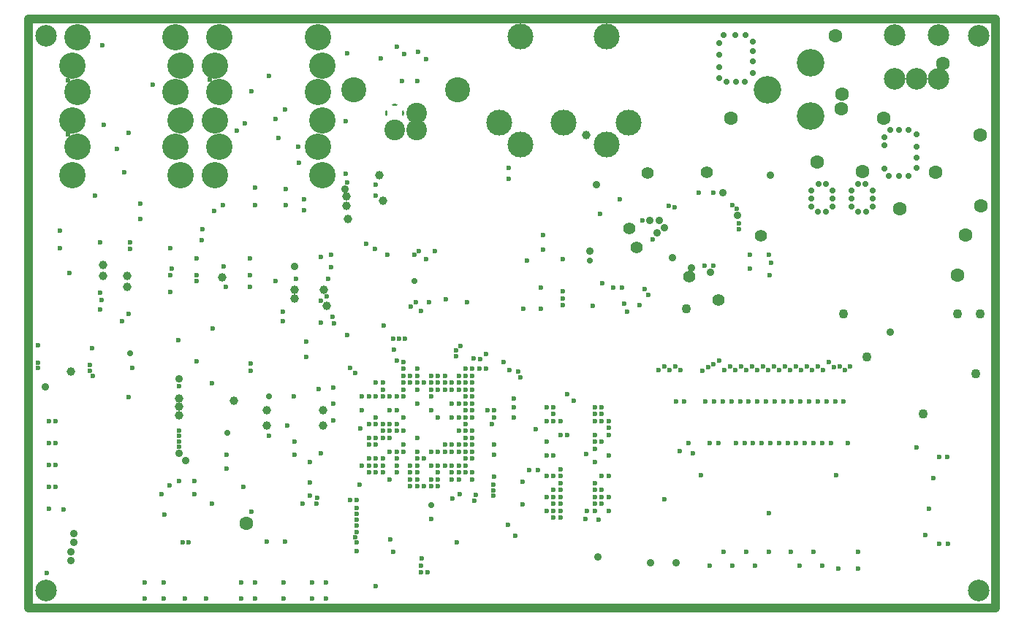
<source format=gbr>
G04 Layer_Physical_Order=7*
G04 Layer_Color=8421376*
%FSLAX45Y45*%
%MOMM*%
%TF.FileFunction,Copper,L7,Inr,Plane*%
%TF.Part,Single*%
G01*
G75*
%TA.AperFunction,ViaPad*%
%ADD76C,0.60000*%
%TA.AperFunction,NonConductor*%
%ADD80C,1.01600*%
%TA.AperFunction,ViaPad*%
%ADD81C,2.50000*%
%TA.AperFunction,ComponentPad*%
%ADD82C,3.05000*%
%ADD84C,2.90000*%
%ADD85C,2.40000*%
%ADD86C,3.00000*%
%ADD87C,3.20000*%
%ADD88C,2.50000*%
%TA.AperFunction,ViaPad*%
%ADD89C,1.10000*%
%ADD90C,1.00000*%
%ADD91C,0.70000*%
%ADD92C,0.90000*%
%ADD93C,1.60000*%
%ADD94C,1.40000*%
%TA.AperFunction,ComponentPad*%
G04:AMPARAMS|DCode=99|XSize=2.2mm|YSize=2.2mm|CornerRadius=0mm|HoleSize=0mm|Usage=FLASHONLY|Rotation=0.000|XOffset=0mm|YOffset=0mm|HoleType=Round|Shape=Relief|Width=0.85mm|Gap=0.2mm|Entries=4|*
%AMTHD99*
7,0,0,2.20000,1.80000,0.85000,45*
%
%ADD99THD99*%
D76*
X6750018Y8419987D02*
D03*
X6670018D02*
D03*
X6590018D02*
D03*
X6510018D02*
D03*
X8646300Y8697202D02*
D03*
X7132500Y10310000D02*
D03*
X7282500D02*
D03*
X7167500Y10910000D02*
D03*
X7352500D02*
D03*
X11220000Y10865530D02*
D03*
X8727963Y7895541D02*
D03*
X8647963D02*
D03*
X9288000Y8935500D02*
D03*
X9207993Y8615492D02*
D03*
X9207963Y8455542D02*
D03*
X7710000Y8900000D02*
D03*
X5410000Y7540000D02*
D03*
X5620000Y7537500D02*
D03*
X5987500Y8047500D02*
D03*
X6370000Y8020000D02*
D03*
X6450000D02*
D03*
X6450000Y7930000D02*
D03*
X5985000Y7977500D02*
D03*
X5910000Y8070000D02*
D03*
X6480000Y8200000D02*
D03*
X8271400Y9191900D02*
D03*
X8525000Y8842500D02*
D03*
X8015000Y8900000D02*
D03*
X8449208Y8366661D02*
D03*
X8550736D02*
D03*
X6590000Y9220000D02*
D03*
X6510000D02*
D03*
X9247982Y7790482D02*
D03*
X9208003Y7895541D02*
D03*
X9098003Y7798041D02*
D03*
X9118003Y7895541D02*
D03*
X8197500Y7731671D02*
D03*
X8648002Y9095500D02*
D03*
X9207961Y8215502D02*
D03*
X8807963Y8215541D02*
D03*
X9207961Y7975501D02*
D03*
X9287961D02*
D03*
X9288000Y8695499D02*
D03*
X8728002Y8535499D02*
D03*
X7790000Y8820015D02*
D03*
X8042726Y8540057D02*
D03*
X7789984Y8740016D02*
D03*
X8042800Y8660000D02*
D03*
X8807963Y7815541D02*
D03*
X11230500Y10628000D02*
D03*
X9270000Y11340000D02*
D03*
X4800000Y11370000D02*
D03*
X5270000Y11640000D02*
D03*
X10010000Y8030000D02*
D03*
X9419981Y10479979D02*
D03*
X6760000Y10040000D02*
D03*
X6870000Y9890000D02*
D03*
X8610000Y11090000D02*
D03*
Y10920000D02*
D03*
X8420000Y10800000D02*
D03*
X6030000Y8560000D02*
D03*
X6490000Y8850000D02*
D03*
X6430000Y9490000D02*
D03*
X6370000Y9550000D02*
D03*
X6830000Y8260000D02*
D03*
X6910000Y8340000D02*
D03*
X6830000Y8740000D02*
D03*
X6590000Y8740000D02*
D03*
X6830000Y8820000D02*
D03*
X5214839Y10495000D02*
D03*
X8373000Y7970500D02*
D03*
X7629999Y8820000D02*
D03*
X9287961Y8295502D02*
D03*
X8807960Y8775542D02*
D03*
X4380000Y9870000D02*
D03*
X4780000Y10010000D02*
D03*
X5220000Y9520000D02*
D03*
Y9600000D02*
D03*
X6010000Y9310000D02*
D03*
X5840000Y11510000D02*
D03*
X10708000Y9530000D02*
D03*
X10454000Y9520000D02*
D03*
X10517500Y9562000D02*
D03*
X10581000Y9590000D02*
D03*
X10644500Y9632000D02*
D03*
X7950000Y9710000D02*
D03*
X7800000Y9660000D02*
D03*
X7710000Y9540000D02*
D03*
X5600000Y6880000D02*
D03*
X4210000D02*
D03*
X3990000D02*
D03*
X6090000D02*
D03*
X5930000D02*
D03*
X5270000D02*
D03*
X5110000D02*
D03*
X4700000Y6880000D02*
D03*
X4460000Y6880000D02*
D03*
X7790019Y9380018D02*
D03*
X7949986Y9539981D02*
D03*
X7710001Y8500000D02*
D03*
Y8420000D02*
D03*
X7790000Y8980000D02*
D03*
X7710001D02*
D03*
Y9060000D02*
D03*
X7790000D02*
D03*
X8372988Y8226961D02*
D03*
X9288000Y9015500D02*
D03*
X9208000Y8775500D02*
D03*
Y8695499D02*
D03*
X9287961Y8135502D02*
D03*
X9207961Y8055502D02*
D03*
X9287961D02*
D03*
X9367961D02*
D03*
Y7895501D02*
D03*
X8807963Y7895541D02*
D03*
X8727963Y7975541D02*
D03*
X8647963Y8055541D02*
D03*
X8727963D02*
D03*
X8807963Y8135541D02*
D03*
X8727963D02*
D03*
X8807963Y8055541D02*
D03*
X8647963Y8295541D02*
D03*
X8727963D02*
D03*
X8887960Y8775500D02*
D03*
X8648002Y8935500D02*
D03*
X8728002Y9015500D02*
D03*
X8808002Y8935500D02*
D03*
X8648002Y8535499D02*
D03*
X8807963Y7975541D02*
D03*
X8042800Y8290500D02*
D03*
X8271401Y8976166D02*
D03*
X8728002Y8935500D02*
D03*
X8286199Y7604661D02*
D03*
X8042765Y8979899D02*
D03*
X9208000Y9095500D02*
D03*
X9288000D02*
D03*
X8271375Y9095540D02*
D03*
X9368000Y8535499D02*
D03*
Y8775500D02*
D03*
X7709986Y9219982D02*
D03*
X7790000Y9220000D02*
D03*
Y8500000D02*
D03*
X7710000Y8580000D02*
D03*
X7789986Y9139982D02*
D03*
X7710000Y9300000D02*
D03*
X7790000Y8580000D02*
D03*
X6749988Y8819982D02*
D03*
X7229987Y8499983D02*
D03*
X7470000Y8580000D02*
D03*
X6990000Y8660000D02*
D03*
X7710000Y8820000D02*
D03*
X7310000Y8420000D02*
D03*
X7469986Y9459981D02*
D03*
X7630000Y8420000D02*
D03*
X6990000Y8820000D02*
D03*
X7150000Y8740000D02*
D03*
X7469983Y8659983D02*
D03*
X7630000Y8260000D02*
D03*
X7709986Y9459981D02*
D03*
X7389986Y8579983D02*
D03*
X6910000Y8420000D02*
D03*
X7790000Y8340000D02*
D03*
X6830000Y8580000D02*
D03*
Y9060000D02*
D03*
X6990000Y9300000D02*
D03*
X7150000Y8500000D02*
D03*
Y9300000D02*
D03*
X7390000D02*
D03*
X7470000D02*
D03*
X7549981Y9299981D02*
D03*
X7630000Y9300000D02*
D03*
X7709986Y9139982D02*
D03*
X7069987Y8259983D02*
D03*
Y8419983D02*
D03*
X7390000Y8420000D02*
D03*
X7710000Y8340000D02*
D03*
X7470000Y8420000D02*
D03*
X6589988Y8339987D02*
D03*
X7150000Y8340000D02*
D03*
X7550000Y8260000D02*
D03*
X6670000Y9220000D02*
D03*
X6910000Y8500000D02*
D03*
X6909987Y8899982D02*
D03*
X7310000Y9300000D02*
D03*
X7630000Y8340000D02*
D03*
X6669988Y8339987D02*
D03*
X7630000Y8980000D02*
D03*
X7789986Y9299981D02*
D03*
X7150000Y8420000D02*
D03*
X6989987Y8979982D02*
D03*
X6910000Y9060000D02*
D03*
X7309987Y9219982D02*
D03*
X6830000Y8900000D02*
D03*
X6990000Y8580000D02*
D03*
X7630000Y9140000D02*
D03*
X7629986Y8579983D02*
D03*
X7710000Y8660000D02*
D03*
X6910000Y8580000D02*
D03*
Y8819999D02*
D03*
X7150000Y8580000D02*
D03*
X7310000Y9060000D02*
D03*
X7150000Y9140000D02*
D03*
X7549986Y8659983D02*
D03*
X7390000Y8980000D02*
D03*
X7550000D02*
D03*
Y8420000D02*
D03*
Y8580000D02*
D03*
Y9140000D02*
D03*
X7630000Y8660000D02*
D03*
X7710000Y8740000D02*
D03*
X7790000Y8260000D02*
D03*
X7550000Y8340000D02*
D03*
X7150017Y8179987D02*
D03*
X7389987Y8179983D02*
D03*
X7310017Y8179987D02*
D03*
X7230017D02*
D03*
X7070017D02*
D03*
X7555000Y8040000D02*
D03*
X6840000Y7560000D02*
D03*
X7389987Y8259983D02*
D03*
X7310017Y8259957D02*
D03*
X7390000Y8340000D02*
D03*
X6870000Y7420000D02*
D03*
X7149987Y8259983D02*
D03*
X6450000Y7430000D02*
D03*
X4280000Y8190000D02*
D03*
X4770000Y7980000D02*
D03*
X4940000Y8380000D02*
D03*
X4390000Y9340000D02*
D03*
X6340000Y11700000D02*
D03*
X10480000Y10740000D02*
D03*
X4430000Y7530000D02*
D03*
X4500000D02*
D03*
X4910000Y10730000D02*
D03*
X4930000Y10490000D02*
D03*
X5590000Y10090000D02*
D03*
Y10205999D02*
D03*
X6150000Y10860000D02*
D03*
X6100000Y10380000D02*
D03*
X5745480Y10586999D02*
D03*
X6190000Y10068999D02*
D03*
X3355019Y9585019D02*
D03*
X3390000Y9460000D02*
D03*
X6320000Y12415000D02*
D03*
X6334338Y13199071D02*
D03*
X6320000Y11800000D02*
D03*
X6120000Y10586999D02*
D03*
X5214839Y10820000D02*
D03*
X6670000Y11550000D02*
D03*
Y11677000D02*
D03*
X2760000Y9550000D02*
D03*
Y9615000D02*
D03*
Y9810000D02*
D03*
X3730000Y10090000D02*
D03*
X3479999Y10423000D02*
D03*
X3010000Y11140000D02*
D03*
X4290000Y10630000D02*
D03*
X3760000Y11820000D02*
D03*
X3010000Y10940000D02*
D03*
X4290000Y10430000D02*
D03*
X3810000Y12280000D02*
D03*
X3940000Y11460000D02*
D03*
X3500000Y13289999D02*
D03*
X3670000Y12090000D02*
D03*
X4090000Y12839999D02*
D03*
X3520000Y12370000D02*
D03*
X3100000Y12889999D02*
D03*
X3819999Y11010000D02*
D03*
X8206959Y11745000D02*
D03*
Y11875000D02*
D03*
X10640000Y8680000D02*
D03*
X4589999Y10820000D02*
D03*
Y10560000D02*
D03*
X5214839Y10625000D02*
D03*
X4750000Y12900000D02*
D03*
X5150000Y12390000D02*
D03*
X5430000Y12939999D02*
D03*
X5620000Y12550000D02*
D03*
X5770000Y12120000D02*
D03*
X5060000Y12300000D02*
D03*
X5270000Y11440000D02*
D03*
X5630000D02*
D03*
X5540000Y12220000D02*
D03*
X5630000Y11630000D02*
D03*
X3420000Y11550000D02*
D03*
X4900000Y11440000D02*
D03*
X6030000Y10840999D02*
D03*
Y10078999D02*
D03*
X6669988Y8979982D02*
D03*
X7309987Y8579983D02*
D03*
X6750000Y8500000D02*
D03*
X7789982Y9459981D02*
D03*
X4589999Y10625000D02*
D03*
X2860000Y7170000D02*
D03*
X3940000Y11280000D02*
D03*
X4210000Y7060000D02*
D03*
X3990000D02*
D03*
X2880000Y8676000D02*
D03*
X2960000Y8168000D02*
D03*
X2880000D02*
D03*
Y7914000D02*
D03*
X5110000Y7060000D02*
D03*
X5930000D02*
D03*
X6090000D02*
D03*
X5600000D02*
D03*
X5270000D02*
D03*
X3360000Y9520000D02*
D03*
X5510000Y10560000D02*
D03*
X6750000Y8899999D02*
D03*
X6589970Y8900000D02*
D03*
X6730000Y13139999D02*
D03*
X5510000Y12440000D02*
D03*
X7000000Y13189999D02*
D03*
X6910000Y13280000D02*
D03*
X7160000Y13220000D02*
D03*
X7250000Y13130000D02*
D03*
X5780000Y11930000D02*
D03*
X6970000Y12880000D02*
D03*
X7150000D02*
D03*
X6800000Y10860000D02*
D03*
X6170000Y10140000D02*
D03*
X6030000Y10332999D02*
D03*
X6150000Y10720000D02*
D03*
X6590001Y8500000D02*
D03*
X6670001D02*
D03*
X6450000Y7790000D02*
D03*
Y7860000D02*
D03*
Y7720000D02*
D03*
X6670000Y8900000D02*
D03*
X4390000Y8820000D02*
D03*
Y8760000D02*
D03*
Y8700000D02*
D03*
Y8640000D02*
D03*
X6660000Y10930000D02*
D03*
X6560000Y10990000D02*
D03*
X2960000Y8930000D02*
D03*
X2880000D02*
D03*
X2960000Y8676000D02*
D03*
X3810000Y9210000D02*
D03*
X3850000Y9550000D02*
D03*
X4940000Y8540000D02*
D03*
X4590000Y9630000D02*
D03*
X6450000Y7650000D02*
D03*
X6430000Y7590000D02*
D03*
X5730000Y8700000D02*
D03*
Y8540000D02*
D03*
X5820000Y7980000D02*
D03*
X6180000Y9320000D02*
D03*
X4570000Y8090000D02*
D03*
X4220000Y7850000D02*
D03*
X6180000Y9140000D02*
D03*
X5860000Y9860000D02*
D03*
Y9680000D02*
D03*
X5721000Y9224000D02*
D03*
X5640000Y8880000D02*
D03*
X4570000Y8240000D02*
D03*
X4190000Y8090000D02*
D03*
X4390000Y8240000D02*
D03*
X5140000Y8170000D02*
D03*
X5428740Y8760000D02*
D03*
X10410000Y11580000D02*
D03*
X10135000Y11417500D02*
D03*
X10065000Y11430000D02*
D03*
X9760000Y11260000D02*
D03*
X10880000Y11160000D02*
D03*
X10880000Y11230000D02*
D03*
X10797500Y11440000D02*
D03*
X10850000Y11400000D02*
D03*
X10580000Y11580000D02*
D03*
X10940000Y8680000D02*
D03*
X7190000Y7260000D02*
D03*
X7190000Y7180000D02*
D03*
X7200000Y7340000D02*
D03*
X7270000Y7180000D02*
D03*
X2880000Y8422000D02*
D03*
X2960000D02*
D03*
X3050000Y7910000D02*
D03*
X6450000Y7530000D02*
D03*
X7642500Y8090000D02*
D03*
X10771500Y9572000D02*
D03*
X10898500D02*
D03*
X11025500D02*
D03*
X11152500D02*
D03*
X11279500D02*
D03*
X11406500D02*
D03*
X11533500D02*
D03*
X11660500D02*
D03*
X11787500D02*
D03*
X11914500Y9622000D02*
D03*
X12041500Y9572000D02*
D03*
X10590000Y9160001D02*
D03*
X10840000Y8680000D02*
D03*
X11140000D02*
D03*
X11040000D02*
D03*
X11940000D02*
D03*
X11440000D02*
D03*
X12140000D02*
D03*
X10790000Y9160001D02*
D03*
X11090000D02*
D03*
X10990000D02*
D03*
X10890000D02*
D03*
X11590000Y9160001D02*
D03*
X11790000Y9160001D02*
D03*
X11690000D02*
D03*
X11990000D02*
D03*
X11890000Y9160001D02*
D03*
X12090000Y9160001D02*
D03*
X10490000D02*
D03*
X10540000Y8680000D02*
D03*
X10835000Y9530000D02*
D03*
X11216000D02*
D03*
X11343000D02*
D03*
X11089000D02*
D03*
X10962000D02*
D03*
X11724000D02*
D03*
X11851000D02*
D03*
X11597000D02*
D03*
X12105000D02*
D03*
X11978000Y9560000D02*
D03*
X10073000Y9530000D02*
D03*
X9946000D02*
D03*
X10200000D02*
D03*
X10136500Y9572000D02*
D03*
X10009500D02*
D03*
X11470000Y9530000D02*
D03*
X7870000Y9540000D02*
D03*
X7790000D02*
D03*
X7880000Y9650000D02*
D03*
X12163500Y9572000D02*
D03*
X7629981Y9459981D02*
D03*
X10690000Y9160001D02*
D03*
X7310000Y9460000D02*
D03*
X7389986Y9459981D02*
D03*
X7230000Y9380000D02*
D03*
X7390014Y9379981D02*
D03*
X7470014D02*
D03*
X7550014D02*
D03*
X7310014D02*
D03*
X7710014D02*
D03*
X7630000Y9380000D02*
D03*
X8959712Y9174605D02*
D03*
X7189985Y10209980D02*
D03*
X7077500Y10260000D02*
D03*
X7119980Y10860020D02*
D03*
X7249965Y10810000D02*
D03*
X8840000Y10360001D02*
D03*
Y10810000D02*
D03*
X8840000Y10280000D02*
D03*
X8580000Y10240000D02*
D03*
X6940000Y9890000D02*
D03*
X7010000D02*
D03*
X8840000Y10440000D02*
D03*
X8580000Y10480000D02*
D03*
X7480000Y10350000D02*
D03*
X7730000Y10310000D02*
D03*
X11840000Y8680000D02*
D03*
X11740000D02*
D03*
X11640000D02*
D03*
X11390000Y9160001D02*
D03*
X11490000Y9160001D02*
D03*
X11540000Y8680000D02*
D03*
X11290000Y9160001D02*
D03*
X11190000Y9160001D02*
D03*
X11240000Y8680000D02*
D03*
X11340000D02*
D03*
X10699734Y7420000D02*
D03*
X10960000Y7420000D02*
D03*
X11220000D02*
D03*
X11480000D02*
D03*
X11740000D02*
D03*
X12260000D02*
D03*
X11220000Y7870000D02*
D03*
X12000000Y8310000D02*
D03*
X10440000D02*
D03*
X10539735Y7259735D02*
D03*
X10800000Y7260456D02*
D03*
X11060000Y7259735D02*
D03*
X11579733D02*
D03*
X11839733Y7259735D02*
D03*
X12029732Y7219735D02*
D03*
X12259735Y7219735D02*
D03*
X6180000Y8940000D02*
D03*
X8150000Y9620000D02*
D03*
X8380000Y10240000D02*
D03*
X5840000Y11380000D02*
D03*
X9520000Y10480000D02*
D03*
X13200000Y8520000D02*
D03*
X12930000Y8630000D02*
D03*
X10340000Y8560000D02*
D03*
X10290000Y8680000D02*
D03*
X10190000Y8590000D02*
D03*
X13035001Y7615000D02*
D03*
X13289999Y8520000D02*
D03*
X13130000Y8270000D02*
D03*
X13200000Y7510000D02*
D03*
X13300000D02*
D03*
X10150000Y9160000D02*
D03*
X10240000Y9160001D02*
D03*
X11000000Y10860000D02*
D03*
X9780000Y10470000D02*
D03*
X11250000Y10770000D02*
D03*
X11000000Y10700000D02*
D03*
X9880000Y11040000D02*
D03*
X10580000Y10740000D02*
D03*
X13080000Y7920000D02*
D03*
X6670000Y7020000D02*
D03*
X9497500Y11505000D02*
D03*
X6590000Y8659999D02*
D03*
X6670000Y8660000D02*
D03*
X6670001Y8740000D02*
D03*
X6750000Y8740000D02*
D03*
X7610000Y7527500D02*
D03*
X5230000Y12760000D02*
D03*
X4290000Y10940000D02*
D03*
X3819999Y10931000D02*
D03*
X3479999Y10230000D02*
D03*
X3384840Y9780000D02*
D03*
X4650000Y11030000D02*
D03*
X4310000Y10700000D02*
D03*
X3810000Y10180000D02*
D03*
X3479999Y11010000D02*
D03*
X3100000Y12260000D02*
D03*
X5230000Y7880000D02*
D03*
X8888100Y9245400D02*
D03*
X8035000Y8070000D02*
D03*
X9107521Y8555019D02*
D03*
X6749988Y8339987D02*
D03*
X7070001Y8340000D02*
D03*
X9207961Y8135502D02*
D03*
X8808002Y8295541D02*
D03*
Y8375542D02*
D03*
X5910000Y8460000D02*
D03*
X7790000Y8660000D02*
D03*
X9367961Y8295502D02*
D03*
X5910000Y8220000D02*
D03*
X6990000Y9220000D02*
D03*
X6750000Y9380000D02*
D03*
X6670000D02*
D03*
X6749988Y9299981D02*
D03*
X6750000Y9220000D02*
D03*
X6910000Y9220000D02*
D03*
X6830000Y9220000D02*
D03*
X6510000Y9060000D02*
D03*
X6340000Y9932500D02*
D03*
X6910000Y9635000D02*
D03*
X6990000Y9620000D02*
D03*
X7150000Y9540000D02*
D03*
X6990000D02*
D03*
X7150000Y9460000D02*
D03*
X7070000D02*
D03*
X6990000D02*
D03*
X7150000Y9380000D02*
D03*
X7069987Y9379981D02*
D03*
X6989987D02*
D03*
X6879188Y9761688D02*
D03*
X7311866Y7795634D02*
D03*
X9290000Y10536250D02*
D03*
X9181700Y10269200D02*
D03*
X9545000Y10292500D02*
D03*
X9824188Y10399188D02*
D03*
X9721230Y10281270D02*
D03*
X8220000Y9527500D02*
D03*
X9580000Y10207500D02*
D03*
X9368000Y8855500D02*
D03*
X8728002Y9095500D02*
D03*
X9368000Y8935500D02*
D03*
X8322500Y9510000D02*
D03*
X7966601Y9060016D02*
D03*
X8042801D02*
D03*
X8032900Y8193800D02*
D03*
X8032700Y8130300D02*
D03*
X8342500Y9442500D02*
D03*
X7830000Y8080000D02*
D03*
X7600000Y9756790D02*
D03*
X7600370Y9682973D02*
D03*
X7650000Y9805000D02*
D03*
X7815381Y8014619D02*
D03*
X9207961Y9015500D02*
D03*
X9208000Y8935500D02*
D03*
X8727963Y7815541D02*
D03*
X4662500Y11162500D02*
D03*
X4770000Y9370000D02*
D03*
X3120000Y10650000D02*
D03*
X3492500Y10335000D02*
D03*
D80*
X2650000Y6770000D02*
Y13599998D01*
X13850000D01*
Y6770000D02*
Y13599998D01*
X2650000Y6770000D02*
X13850000Y6770000D01*
D81*
X2849999Y13400000D02*
D03*
X13650000D02*
D03*
X13650000Y6969999D02*
D03*
X2849999D02*
D03*
D82*
X3157499Y11790001D02*
D03*
Y13060001D02*
D03*
Y12425001D02*
D03*
X3212500Y13385001D02*
D03*
Y12750001D02*
D03*
X4352499Y12115001D02*
D03*
Y12750001D02*
D03*
X3212500Y12115001D02*
D03*
X4352499Y13385001D02*
D03*
X4407499Y11790001D02*
D03*
Y12425001D02*
D03*
Y13060001D02*
D03*
X4802500Y11790001D02*
D03*
Y13060001D02*
D03*
Y12425001D02*
D03*
X4857500Y13385001D02*
D03*
Y12750001D02*
D03*
X5997500Y12115001D02*
D03*
Y12750001D02*
D03*
X4857500Y12115001D02*
D03*
X5997500Y13385001D02*
D03*
X6052500Y11790001D02*
D03*
Y12425001D02*
D03*
Y13060001D02*
D03*
D84*
X7617501Y12780001D02*
D03*
X6413502D02*
D03*
D85*
X7140501Y12509001D02*
D03*
X6890501Y12309001D02*
D03*
X7140501D02*
D03*
D86*
X8347501Y13395001D02*
D03*
X9347501D02*
D03*
Y12145001D02*
D03*
X8347501D02*
D03*
X8097501Y12395001D02*
D03*
X9597501D02*
D03*
X8847501D02*
D03*
D87*
X11204300Y12779100D02*
D03*
X11704300Y12469100D02*
D03*
Y13089101D02*
D03*
D88*
X13184302Y13409099D02*
D03*
X12930302Y12901099D02*
D03*
X12676302D02*
D03*
Y13409099D02*
D03*
X13184302Y12901099D02*
D03*
D89*
X13010001Y9015000D02*
D03*
X13623000Y9480000D02*
D03*
X13410001Y10180000D02*
D03*
X13670000D02*
D03*
X10270000Y10240000D02*
D03*
X12090000Y10180000D02*
D03*
X12359000Y9680000D02*
D03*
D90*
X3140000Y9512500D02*
D03*
X9110000Y12250000D02*
D03*
X5730001Y10459999D02*
D03*
X5730000Y10359999D02*
D03*
X4890000Y10600000D02*
D03*
X6100000Y10270000D02*
D03*
X6330000Y11430000D02*
D03*
X6070000Y10459999D02*
D03*
X5030000Y9170000D02*
D03*
X5410000Y9060000D02*
D03*
Y8880000D02*
D03*
X6060000Y9060000D02*
D03*
Y8880000D02*
D03*
X4390000Y9100000D02*
D03*
Y9000000D02*
D03*
Y9200000D02*
D03*
X6750000Y11490000D02*
D03*
X6710000Y11790000D02*
D03*
X6350000Y11280000D02*
D03*
X6330000Y11540000D02*
D03*
X3790000Y10620000D02*
D03*
X3509999Y10620000D02*
D03*
X3509999Y10747000D02*
D03*
X3790000Y10493000D02*
D03*
D91*
X12427500Y11420000D02*
D03*
Y11520000D02*
D03*
Y11610000D02*
D03*
X12342500Y11685000D02*
D03*
X12260000D02*
D03*
X12182500Y11610000D02*
D03*
Y11520000D02*
D03*
X12260000Y11360000D02*
D03*
X12350000D02*
D03*
X12182500Y11420000D02*
D03*
X11957500D02*
D03*
X9150000Y10800000D02*
D03*
X7310000Y7960000D02*
D03*
X12560000Y12230000D02*
D03*
Y11860000D02*
D03*
Y12130000D02*
D03*
X12930000Y12120000D02*
D03*
Y11990000D02*
D03*
Y11870000D02*
D03*
Y12260000D02*
D03*
X12839999Y12310000D02*
D03*
X12730000D02*
D03*
X12630000D02*
D03*
X12730000Y11780000D02*
D03*
X12610000D02*
D03*
X12839999D02*
D03*
X10940000Y12870000D02*
D03*
X10840000D02*
D03*
X10730000D02*
D03*
X10650000Y13180000D02*
D03*
Y13039999D02*
D03*
Y12910001D02*
D03*
X10700000Y13410001D02*
D03*
X10830000D02*
D03*
X10950000D02*
D03*
X11040000Y13339999D02*
D03*
Y13230000D02*
D03*
Y13110001D02*
D03*
Y12970000D02*
D03*
X11790000Y11360000D02*
D03*
X11880000D02*
D03*
X11957500Y11520000D02*
D03*
Y11610000D02*
D03*
X11880000Y11685000D02*
D03*
X11797500D02*
D03*
X11712500Y11610000D02*
D03*
Y11520000D02*
D03*
Y11420000D02*
D03*
X3820000Y9720000D02*
D03*
X5430000Y9224000D02*
D03*
X4950000Y8800000D02*
D03*
X10650000Y13320000D02*
D03*
X7120000Y10560000D02*
D03*
D92*
X9240000Y7360000D02*
D03*
X9150000Y10910000D02*
D03*
X9850000Y7290000D02*
D03*
X10150000D02*
D03*
X5730000Y10730000D02*
D03*
X4470000Y8480000D02*
D03*
X6310000Y11630000D02*
D03*
X3140000Y7320000D02*
D03*
Y7420000D02*
D03*
X3170000Y7530000D02*
D03*
Y7630000D02*
D03*
X4390000Y8560000D02*
D03*
X9840000Y11260000D02*
D03*
X10010000Y11180000D02*
D03*
X9950000Y11260000D02*
D03*
X10860000Y11320000D02*
D03*
X10690000Y11580000D02*
D03*
X11240000Y11790000D02*
D03*
X9930000Y11120000D02*
D03*
X12630000Y9970000D02*
D03*
X10110000Y10830000D02*
D03*
X10330000Y10710000D02*
D03*
X10550000Y10660000D02*
D03*
X9222500Y11672500D02*
D03*
X4390000Y9422501D02*
D03*
X2840000Y9330000D02*
D03*
D93*
X12310000Y11830000D02*
D03*
X13410001Y10630000D02*
D03*
X13680000Y11430000D02*
D03*
X13500000Y11095000D02*
D03*
X11990000Y13400000D02*
D03*
X13150000Y11820000D02*
D03*
X13239999Y13080000D02*
D03*
X12740000Y11400000D02*
D03*
X12550000Y12450000D02*
D03*
X13670000Y12250000D02*
D03*
X10780000Y12450000D02*
D03*
X12060000Y12560000D02*
D03*
X12070000Y12730000D02*
D03*
X11780000Y11940000D02*
D03*
X5170000Y7750000D02*
D03*
D94*
X9820000Y11810000D02*
D03*
X10640000Y10340000D02*
D03*
X11130000Y11080000D02*
D03*
X10500000Y11820000D02*
D03*
X9690000Y10950000D02*
D03*
X9610000Y11170000D02*
D03*
X10300000Y10610000D02*
D03*
D99*
X6890501Y12509001D02*
D03*
%TF.MD5,934535672d415ef0e04997403b192702*%
M02*

</source>
